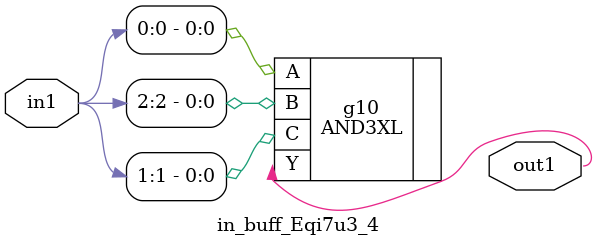
<source format=v>
`timescale 1ps / 1ps


module in_buff_Eqi7u3_4(in1, out1);
  input [2:0] in1;
  output out1;
  wire [2:0] in1;
  wire out1;
  AND3XL g10(.A (in1[0]), .B (in1[2]), .C (in1[1]), .Y (out1));
endmodule



</source>
